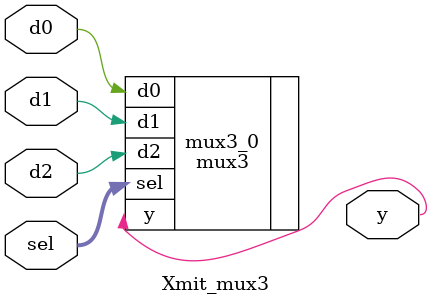
<source format=v>
module Xmit_mux3(d0,d1,d2,sel,y);

   input d0;
   input d1;
   input d2;
   input [1:0]	     sel;
   output y;   


mux3 #(.WIDTH(1)) mux3_0(.d0(d0), .d1(d1), .d2(d2), .sel(sel), .y(y)); 

endmodule

</source>
